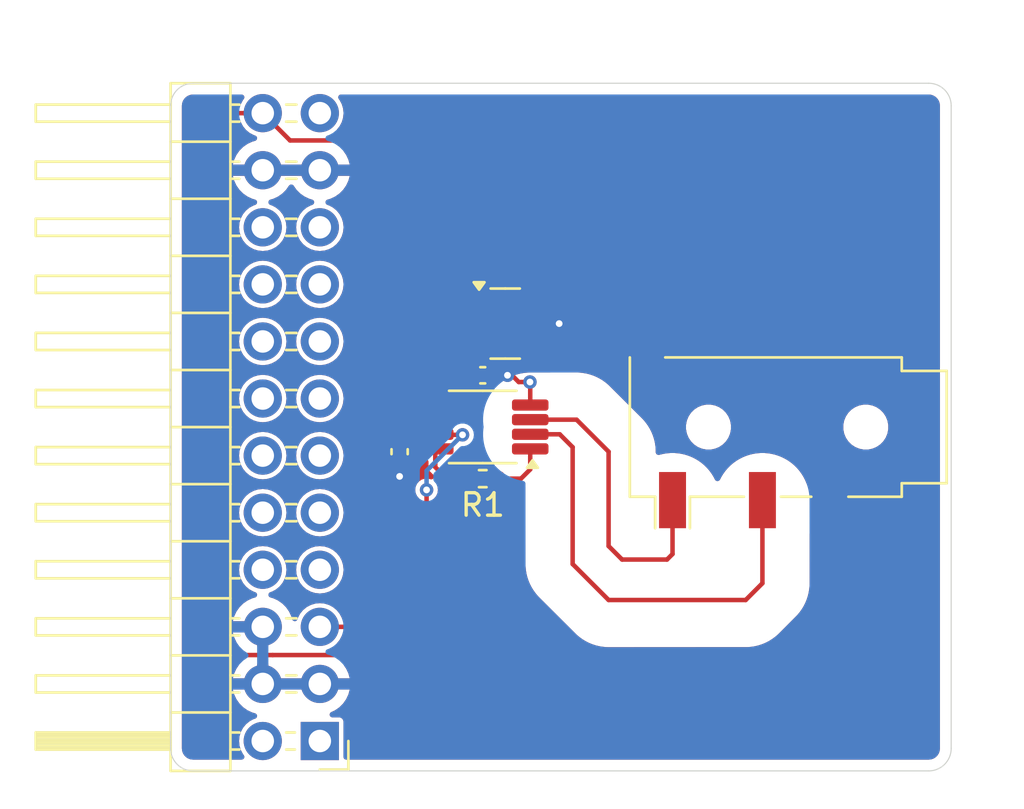
<source format=kicad_pcb>
(kicad_pcb (version 20240108) (generator "pcbnew") (generator_version "8.0")
  (layers (0 "F.Cu" signal) (31 "B.Cu" signal) (34 "B.Paste" user) (35 "F.Paste" user) (36 "B.SilkS" user "B.Silkscreen") (37 "F.SilkS" user "F.Silkscreen") (38 "B.Mask" user) (39 "F.Mask" user) (44 "Edge.Cuts" user))
  (net 0 "")
  (net 1 "/IN3+")
  (net 2 "VIN")
  (net 3 "/IN2+")
  (net 4 "/IN0+")
  (net 5 "/IN5-")
  (net 6 "/IN6-")
  (net 7 "/IN3-")
  (net 8 "/IN1+")
  (net 9 "GND")
  (net 10 "/IN5+")
  (net 11 "/IN6+")
  (net 12 "/A0")
  (net 13 "/SCL{slash}A5")
  (net 14 "/IN4+")
  (net 15 "/IN7+")
  (net 16 "/IN4-")
  (net 17 "/SDA{slash}A4")
  (net 18 "/IN1-")
  (net 19 "/IN2-")
  (net 21 "/IN7-")
  (net 22 "Net-(U1-+)")
  (net 23 "Net-(U1--)")
  (net 24 "Net-(R1-Pad1)")
  (net 25 "Net-(R1-Pad2)")
  (net 26 "Net-(U1-Ref)")
  (footprint "Connector_Audio:Jack_3.5mm_PJ320D_Horizontal" (layer "F.Cu") (at 135.17 90.005 180)
    (property "Reference" "J3" (hide yes))
    (property "Value" "AudioJack4")
    (fp_line (start 5.725 3.1) (end 5.725 -3.1) (stroke (width 0.12)) (layer "F.SilkS"))
    (fp_line (start 4.6 -3.1) (end 5.725 -3.1) (stroke (width 0.12)) (layer "F.SilkS"))
    (fp_line (start 4.6 -3.1) (end 4.6 -4.5) (stroke (width 0.12)) (layer "F.SilkS"))
    (fp_line (start 4.15 3.1) (end -6.375 3.1) (stroke (width 0.12)) (layer "F.SilkS"))
    (fp_line (start 3.05 -3.1) (end 3.05 -4.5) (stroke (width 0.12)) (layer "F.SilkS"))
    (fp_line (start 0.65 -3.1) (end 3.05 -3.1) (stroke (width 0.12)) (layer "F.SilkS"))
    (fp_line (start -2.35 -3.1) (end -1 -3.1) (stroke (width 0.12)) (layer "F.SilkS"))
    (fp_line (start -6.375 2.5) (end -6.375 3.1) (stroke (width 0.12)) (layer "F.SilkS"))
    (fp_line (start -6.375 2.5) (end -8.375 2.5) (stroke (width 0.12)) (layer "F.SilkS"))
    (fp_line (start -6.375 -2.5) (end -8.375 -2.5) (stroke (width 0.12)) (layer "F.SilkS"))
    (fp_line (start -6.375 -3.1) (end -4 -3.1) (stroke (width 0.12)) (layer "F.SilkS"))
    (fp_line (start -6.375 -3.1) (end -6.375 -2.5) (stroke (width 0.12)) (layer "F.SilkS"))
    (fp_line (start -8.375 -2.5) (end -8.375 2.5) (stroke (width 0.12)) (layer "F.SilkS"))
    (pad "" np_thru_hole circle (at -4.775 0 180) (size 1.5 1.5) (drill 1.5) (layers "*.Cu" "*.Mask"))
    (pad "" np_thru_hole circle (at 2.225 0 180) (size 1.5 1.5) (drill 1.5) (layers "*.Cu" "*.Mask"))
    (pad "R1" smd rect (at -0.175 -3.25 180) (size 1.2 2.5) (layers "F.Cu" "F.Paste" "F.Mask") (net 23 "Net-(U1--)"))
    (pad "R2" smd rect (at -3.175 -3.25 180) (size 1.2 2.5) (layers "F.Cu" "F.Paste" "F.Mask"))
    (pad "S" smd rect (at 4.925 3.25 180) (size 1.2 2.5) (layers "F.Cu" "F.Paste" "F.Mask") (net 9 "GND"))
    (pad "T" smd rect (at 3.825 -3.25 180) (size 1.2 2.5) (layers "F.Cu" "F.Paste" "F.Mask") (net 22 "Net-(U1-+)"))
  )
  (footprint "Capacitor_SMD:C_0402_1005Metric" (layer "F.Cu") (at 122.9 87.7)
    (property "Reference" "C2" (hide yes))
    (property "Value" "1uF")
    (fp_line (start -0.107836 -0.36) (end 0.107836 -0.36) (stroke (width 0.12)) (layer "F.SilkS"))
    (fp_line (start -0.107836 0.36) (end 0.107836 0.36) (stroke (width 0.12)) (layer "F.SilkS"))
    (pad "1" smd roundrect (at -0.48 0) (size 0.56 0.62) (layers "F.Cu" "F.Paste" "F.Mask") (net 26 "Net-(U1-Ref)"))
    (pad "2" smd roundrect (at 0.48 0) (size 0.56 0.62) (layers "F.Cu" "F.Paste" "F.Mask") (net 9 "GND"))
  )
  (footprint "Resistor_SMD:R_0402_1005Metric_Pad0.72x0.64mm_HandSolder" (layer "F.Cu") (at 122.9 92.3 180)
    (property "Reference" "R1" (at 0 -1.17 180) (layer "F.SilkS"))
    (property "Value" "1kR")
    (fp_line (start -0.167621 0.38) (end 0.167621 0.38) (stroke (width 0.12)) (layer "F.SilkS"))
    (fp_line (start -0.167621 -0.38) (end 0.167621 -0.38) (stroke (width 0.12)) (layer "F.SilkS"))
    (pad "1" smd roundrect (at -0.5975 0 180) (size 0.715 0.64) (layers "F.Cu" "F.Paste" "F.Mask") (net 24 "Net-(R1-Pad1)"))
    (pad "2" smd roundrect (at 0.5975 0 180) (size 0.715 0.64) (layers "F.Cu" "F.Paste" "F.Mask") (net 25 "Net-(R1-Pad2)"))
  )
  (footprint "Capacitor_SMD:C_0402_1005Metric" (layer "F.Cu") (at 119.2 91.1 -90)
    (property "Reference" "C1" (hide yes))
    (property "Value" "1uF")
    (fp_line (start -0.107836 0.36) (end 0.107836 0.36) (stroke (width 0.12)) (layer "F.SilkS"))
    (fp_line (start -0.107836 -0.36) (end 0.107836 -0.36) (stroke (width 0.12)) (layer "F.SilkS"))
    (pad "1" smd roundrect (at -0.48 0 270) (size 0.56 0.62) (layers "F.Cu" "F.Paste" "F.Mask") (net 2 "VIN"))
    (pad "2" smd roundrect (at 0.48 0 270) (size 0.56 0.62) (layers "F.Cu" "F.Paste" "F.Mask") (net 9 "GND"))
  )
  (footprint "Package_SO:VSSOP-8_3x3mm_P0.65mm" (layer "F.Cu") (at 122.9 90 180)
    (property "Reference" "U1" (hide yes))
    (property "Value" "INA333xxDGK")
    (fp_line (start 0 1.61) (end 1.5 1.61) (stroke (width 0.12)) (layer "F.SilkS"))
    (fp_line (start 0 1.61) (end -1.5 1.61) (stroke (width 0.12)) (layer "F.SilkS"))
    (fp_line (start 0 -1.61) (end 1.5 -1.61) (stroke (width 0.12)) (layer "F.SilkS"))
    (fp_line (start 0 -1.61) (end -1.5 -1.61) (stroke (width 0.12)) (layer "F.SilkS"))
    (fp_poly (pts (xy -2.2125 -1.485) (xy -2.4525 -1.815) (xy -1.9725 -1.815) (xy -2.2125 -1.485)) (stroke (width 0.12)) (fill solid) (layer "F.SilkS"))
    (pad "1" smd roundrect (at -2.1125 -0.975 180) (size 1.625 0.5) (layers "F.Cu" "F.Paste" "F.Mask") (net 24 "Net-(R1-Pad1)"))
    (pad "2" smd roundrect (at -2.1125 -0.325 180) (size 1.625 0.5) (layers "F.Cu" "F.Paste" "F.Mask") (net 23 "Net-(U1--)"))
    (pad "3" smd roundrect (at -2.1125 0.325 180) (size 1.625 0.5) (layers "F.Cu" "F.Paste" "F.Mask") (net 22 "Net-(U1-+)"))
    (pad "4" smd roundrect (at -2.1125 0.975 180) (size 1.625 0.5) (layers "F.Cu" "F.Paste" "F.Mask") (net 9 "GND"))
    (pad "5" smd roundrect (at 2.1125 0.975 180) (size 1.625 0.5) (layers "F.Cu" "F.Paste" "F.Mask") (net 26 "Net-(U1-Ref)"))
    (pad "6" smd roundrect (at 2.1125 0.325 180) (size 1.625 0.5) (layers "F.Cu" "F.Paste" "F.Mask") (net 4 "/IN0+"))
    (pad "7" smd roundrect (at 2.1125 -0.325 180) (size 1.625 0.5) (layers "F.Cu" "F.Paste" "F.Mask") (net 2 "VIN"))
    (pad "8" smd roundrect (at 2.1125 -0.975 180) (size 1.625 0.5) (layers "F.Cu" "F.Paste" "F.Mask") (net 25 "Net-(R1-Pad2)"))
  )
  (footprint "Package_TO_SOT_SMD:SOT-23" (layer "F.Cu") (at 123.9 85.4)
    (property "Reference" "U3" (hide yes))
    (property "Value" "REF3112")
    (fp_line (start 0 -1.56) (end -0.65 -1.56) (stroke (width 0.12)) (layer "F.SilkS"))
    (fp_line (start 0 -1.56) (end 0.65 -1.56) (stroke (width 0.12)) (layer "F.SilkS"))
    (fp_line (start 0 1.56) (end -0.65 1.56) (stroke (width 0.12)) (layer "F.SilkS"))
    (fp_line (start 0 1.56) (end 0.65 1.56) (stroke (width 0.12)) (layer "F.SilkS"))
    (fp_poly (pts (xy -1.1625 -1.51) (xy -1.4025 -1.84) (xy -0.9225 -1.84) (xy -1.1625 -1.51)) (stroke (width 0.12)) (fill solid) (layer "F.SilkS"))
    (pad "1" smd roundrect (at -0.9375 -0.95) (size 1.475 0.6) (layers "F.Cu" "F.Paste" "F.Mask") (net 2 "VIN"))
    (pad "2" smd roundrect (at -0.9375 0.95) (size 1.475 0.6) (layers "F.Cu" "F.Paste" "F.Mask") (net 26 "Net-(U1-Ref)"))
    (pad "3" smd roundrect (at 0.9375 0) (size 1.475 0.6) (layers "F.Cu" "F.Paste" "F.Mask") (net 9 "GND"))
  )
  (footprint "Connector_PinHeader_2.54mm:PinHeader_2x12_P2.54mm_Horizontal" (layer "F.Cu") (at 115.65 103.975 180)
    (property "Reference" "J1" (hide yes))
    (property "Value" "Conn_02x12_Odd_Even")
    (fp_line (start 12.64 28.32) (end 6.64 28.32) (stroke (width 0.12)) (layer "F.SilkS"))
    (fp_line (start 12.64 27.56) (end 12.64 28.32) (stroke (width 0.12)) (layer "F.SilkS"))
    (fp_line (start 12.64 25.78) (end 6.64 25.78) (stroke (width 0.12)) (layer "F.SilkS"))
    (fp_line (start 12.64 25.02) (end 12.64 25.78) (stroke (width 0.12)) (layer "F.SilkS"))
    (fp_line (start 12.64 23.24) (end 6.64 23.24) (stroke (width 0.12)) (layer "F.SilkS"))
    (fp_line (start 12.64 22.48) (end 12.64 23.24) (stroke (width 0.12)) (layer "F.SilkS"))
    (fp_line (start 12.64 20.7) (end 6.64 20.7) (stroke (width 0.12)) (layer "F.SilkS"))
    (fp_line (start 12.64 19.94) (end 12.64 20.7) (stroke (width 0.12)) (layer "F.SilkS"))
    (fp_line (start 12.64 18.16) (end 6.64 18.16) (stroke (width 0.12)) (layer "F.SilkS"))
    (fp_line (start 12.64 17.4) (end 12.64 18.16) (stroke (width 0.12)) (layer "F.SilkS"))
    (fp_line (start 12.64 15.62) (end 6.64 15.62) (stroke (width 0.12)) (layer "F.SilkS"))
    (fp_line (start 12.64 14.86) (end 12.64 15.62) (stroke (width 0.12)) (layer "F.SilkS"))
    (fp_line (start 12.64 13.08) (end 6.64 13.08) (stroke (width 0.12)) (layer "F.SilkS"))
    (fp_line (start 12.64 12.32) (end 12.64 13.08) (stroke (width 0.12)) (layer "F.SilkS"))
    (fp_line (start 12.64 10.54) (end 6.64 10.54) (stroke (width 0.12)) (layer "F.SilkS"))
    (fp_line (start 12.64 9.78) (end 12.64 10.54) (stroke (width 0.12)) (layer "F.SilkS"))
    (fp_line (start 12.64 8) (end 6.64 8) (stroke (width 0.12)) (layer "F.SilkS"))
    (fp_line (start 12.64 7.24) (end 12.64 8) (stroke (width 0.12)) (layer "F.SilkS"))
    (fp_line (start 12.64 5.46) (end 6.64 5.46) (stroke (width 0.12)) (layer "F.SilkS"))
    (fp_line (start 12.64 4.7) (end 12.64 5.46) (stroke (width 0.12)) (layer "F.SilkS"))
    (fp_line (start 12.64 2.92) (end 6.64 2.92) (stroke (width 0.12)) (layer "F.SilkS"))
    (fp_line (start 12.64 2.16) (end 12.64 2.92) (stroke (width 0.12)) (layer "F.SilkS"))
    (fp_line (start 12.64 0.38) (end 6.64 0.38) (stroke (width 0.12)) (layer "F.SilkS"))
    (fp_line (start 12.64 -0.38) (end 12.64 0.38) (stroke (width 0.12)) (layer "F.SilkS"))
    (fp_line (start 6.64 29.27) (end 6.64 -1.33) (stroke (width 0.12)) (layer "F.SilkS"))
    (fp_line (start 6.64 27.56) (end 12.64 27.56) (stroke (width 0.12)) (layer "F.SilkS"))
    (fp_line (start 6.64 25.02) (end 12.64 25.02) (stroke (width 0.12)) (layer "F.SilkS"))
    (fp_line (start 6.64 22.48) (end 12.64 22.48) (stroke (width 0.12)) (layer "F.SilkS"))
    (fp_line (start 6.64 19.94) (end 12.64 19.94) (stroke (width 0.12)) (layer "F.SilkS"))
    (fp_line (start 6.64 17.4) (end 12.64 17.4) (stroke (width 0.12)) (layer "F.SilkS"))
    (fp_line (start 6.64 14.86) (end 12.64 14.86) (stroke (width 0.12)) (layer "F.SilkS"))
    (fp_line (start 6.64 12.32) (end 12.64 12.32) (stroke (width 0.12)) (layer "F.SilkS"))
    (fp_line (start 6.64 9.78) (end 12.64 9.78) (stroke (width 0.12)) (layer "F.SilkS"))
    (fp_line (start 6.64 7.24) (end 12.64 7.24) (stroke (width 0.12)) (layer "F.SilkS"))
    (fp_line (start 6.64 4.7) (end 12.64 4.7) (stroke (width 0.12)) (layer "F.SilkS"))
    (fp_line (start 6.64 2.16) (end 12.64 2.16) (stroke (width 0.12)) (layer "F.SilkS"))
    (fp_line (start 6.64 0.28) (end 12.64 0.28) (stroke (width 0.12)) (layer "F.SilkS"))
    (fp_line (start 6.64 0.16) (end 12.64 0.16) (stroke (width 0.12)) (layer "F.SilkS"))
    (fp_line (start 6.64 0.04) (end 12.64 0.04) (stroke (width 0.12)) (layer "F.SilkS"))
    (fp_line (start 6.64 -0.08) (end 12.64 -0.08) (stroke (width 0.12)) (layer "F.SilkS"))
    (fp_line (start 6.64 -0.2) (end 12.64 -0.2) (stroke (width 0.12)) (layer "F.SilkS"))
    (fp_line (start 6.64 -0.32) (end 12.64 -0.32) (stroke (width 0.12)) (layer "F.SilkS"))
    (fp_line (start 6.64 -0.38) (end 12.64 -0.38) (stroke (width 0.12)) (layer "F.SilkS"))
    (fp_line (start 6.64 -1.33) (end 3.98 -1.33) (stroke (width 0.12)) (layer "F.SilkS"))
    (fp_line (start 3.98 29.27) (end 6.64 29.27) (stroke (width 0.12)) (layer "F.SilkS"))
    (fp_line (start 3.98 26.67) (end 6.64 26.67) (stroke (width 0.12)) (layer "F.SilkS"))
    (fp_line (start 3.98 24.13) (end 6.64 24.13) (stroke (width 0.12)) (layer "F.SilkS"))
    (fp_line (start 3.98 21.59) (end 6.64 21.59) (stroke (width 0.12)) (layer "F.SilkS"))
    (fp_line (start 3.98 19.05) (end 6.64 19.05) (stroke (width 0.12)) (layer "F.SilkS"))
    (fp_line (start 3.98 16.51) (end 6.64 16.51) (stroke (width 0.12)) (layer "F.SilkS"))
    (fp_line (start 3.98 13.97) (end 6.64 13.97) (stroke (width 0.12)) (layer "F.SilkS"))
    (fp_line (start 3.98 11.43) (end 6.64 11.43) (stroke (width 0.12)) (layer "F.SilkS"))
    (fp_line (start 3.98 8.89) (end 6.64 8.89) (stroke (width 0.12)) (layer "F.SilkS"))
    (fp_line (start 3.98 6.35) (end 6.64 6.35) (stroke (width 0.12)) (layer "F.SilkS"))
    (fp_line (start 3.98 3.81) (end 6.64 3.81) (stroke (width 0.12)) (layer "F.SilkS"))
    (fp_line (start 3.98 1.27) (end 6.64 1.27) (stroke (width 0.12)) (layer "F.SilkS"))
    (fp_line (start 3.98 -1.33) (end 3.98 29.27) (stroke (width 0.12)) (layer "F.SilkS"))
    (fp_line (start 3.582929 28.32) (end 3.98 28.32) (stroke (width 0.12)) (layer "F.SilkS"))
    (fp_line (start 3.582929 27.56) (end 3.98 27.56) (stroke (width 0.12)) (layer "F.SilkS"))
    (fp_line (start 3.582929 25.78) (end 3.98 25.78) (stroke (width 0.12)) (layer "F.SilkS"))
    (fp_line (start 3.582929 25.02) (end 3.98 25.02) (stroke (width 0.12)) (layer "F.SilkS"))
    (fp_line (start 3.582929 23.24) (end 3.98 23.24) (stroke (width 0.12)) (layer "F.SilkS"))
    (fp_line (start 3.582929 22.48) (end 3.98 22.48) (stroke (width 0.12)) (layer "F.SilkS"))
    (fp_line (start 3.582929 20.7) (end 3.98 20.7) (stroke (width 0.12)) (layer "F.SilkS"))
    (fp_line (start 3.582929 19.94) (end 3.98 19.94) (stroke (width 0.12)) (layer "F.SilkS"))
    (fp_line (start 3.582929 18.16) (end 3.98 18.16) (stroke (width 0.12)) (layer "F.SilkS"))
    (fp_line (start 3.582929 17.4) (end 3.98 17.4) (stroke (width 0.12)) (layer "F.SilkS"))
    (fp_line (start 3.582929 15.62) (end 3.98 15.62) (stroke (width 0.12)) (layer "F.SilkS"))
    (fp_line (start 3.582929 14.86) (end 3.98 14.86) (stroke (width 0.12)) (layer "F.SilkS"))
    (fp_line (start 3.582929 13.08) (end 3.98 13.08) (stroke (width 0.12)) (layer "F.SilkS"))
    (fp_line (start 3.582929 12.32) (end 3.98 12.32) (stroke (width 0.12)) (layer "F.SilkS"))
    (fp_line (start 3.582929 10.54) (end 3.98 10.54) (stroke (width 0.12)) (layer "F.SilkS"))
    (fp_line (start 3.582929 9.78) (end 3.98 9.78) (stroke (width 0.12)) (layer "F.SilkS"))
    (fp_line (start 3.582929 8) (end 3.98 8) (stroke (width 0.12)) (layer "F.SilkS"))
    (fp_line (start 3.582929 7.24) (end 3.98 7.24) (stroke (width 0.12)) (layer "F.SilkS"))
    (fp_line (start 3.582929 5.46) (end 3.98 5.46) (stroke (width 0.12)) (layer "F.SilkS"))
    (fp_line (start 3.582929 4.7) (end 3.98 4.7) (stroke (width 0.12)) (layer "F.SilkS"))
    (fp_line (start 3.582929 2.92) (end 3.98 2.92) (stroke (width 0.12)) (layer "F.SilkS"))
    (fp_line (start 3.582929 2.16) (end 3.98 2.16) (stroke (width 0.12)) (layer "F.SilkS"))
    (fp_line (start 3.582929 0.38) (end 3.98 0.38) (stroke (width 0.12)) (layer "F.SilkS"))
    (fp_line (start 3.582929 -0.38) (end 3.98 -0.38) (stroke (width 0.12)) (layer "F.SilkS"))
    (fp_line (start 1.11 0.38) (end 1.497071 0.38) (stroke (width 0.12)) (layer "F.SilkS"))
    (fp_line (start 1.11 -0.38) (end 1.497071 -0.38) (stroke (width 0.12)) (layer "F.SilkS"))
    (fp_line (start 1.042929 28.32) (end 1.497071 28.32) (stroke (width 0.12)) (layer "F.SilkS"))
    (fp_line (start 1.042929 27.56) (end 1.497071 27.56) (stroke (width 0.12)) (layer "F.SilkS"))
    (fp_line (start 1.042929 25.78) (end 1.497071 25.78) (stroke (width 0.12)) (layer "F.SilkS"))
    (fp_line (start 1.042929 25.02) (end 1.497071 25.02) (stroke (width 0.12)) (layer "F.SilkS"))
    (fp_line (start 1.042929 23.24) (end 1.497071 23.24) (stroke (width 0.12)) (layer "F.SilkS"))
    (fp_line (start 1.042929 22.48) (end 1.497071 22.48) (stroke (width 0.12)) (layer "F.SilkS"))
    (fp_line (start 1.042929 20.7) (end 1.497071 20.7) (stroke (width 0.12)) (layer "F.SilkS"))
    (fp_line (start 1.042929 19.94) (end 1.497071 19.94) (stroke (width 0.12)) (layer "F.SilkS"))
    (fp_line (start 1.042929 18.16) (end 1.497071 18.16) (stroke (width 0.12)) (layer "F.SilkS"))
    (fp_line (start 1.042929 17.4) (end 1.497071 17.4) (stroke (width 0.12)) (layer "F.SilkS"))
    (fp_line (start 1.042929 15.62) (end 1.497071 15.62) (stroke (width 0.12)) (layer "F.SilkS"))
    (fp_line (start 1.042929 14.86) (end 1.497071 14.86) (stroke (width 0.12)) (layer "F.SilkS"))
    (fp_line (start 1.042929 13.08) (end 1.497071 13.08) (stroke (width 0.12)) (layer "F.SilkS"))
    (fp_line (start 1.042929 12.32) (end 1.497071 12.32) (stroke (width 0.12)) (layer "F.SilkS"))
    (fp_line (start 1.042929 10.54) (end 1.497071 10.54) (stroke (width 0.12)) (layer "F.SilkS"))
    (fp_line (start 1.042929 9.78) (end 1.497071 9.78) (stroke (width 0.12)) (layer "F.SilkS"))
    (fp_line (start 1.042929 8) (end 1.497071 8) (stroke (width 0.12)) (layer "F.SilkS"))
    (fp_line (start 1.042929 7.24) (end 1.497071 7.24) (stroke (width 0.12)) (layer "F.SilkS"))
    (fp_line (start 1.042929 5.46) (end 1.497071 5.46) (stroke (width 0.12)) (layer "F.SilkS"))
    (fp_line (start 1.042929 4.7) (end 1.497071 4.7) (stroke (width 0.12)) (layer "F.SilkS"))
    (fp_line (start 1.042929 2.92) (end 1.497071 2.92) (stroke (width 0.12)) (layer "F.SilkS"))
    (fp_line (start 1.042929 2.16) (end 1.497071 2.16) (stroke (width 0.12)) (layer "F.SilkS"))
    (fp_line (start -1.27 0) (end -1.27 -1.27) (stroke (width 0.12)) (layer "F.SilkS"))
    (fp_line (start -1.27 -1.27) (end 0 -1.27) (stroke (width 0.12)) (layer "F.SilkS"))
    (pad "1" thru_hole rect (at 0 0 180) (size 1.7 1.7) (drill 1) (layers "*.Cu" "*.Mask") (net 17 "/SDA{slash}A4"))
    (pad "2" thru_hole oval (at 2.54 0 180) (size 1.7 1.7) (drill 1) (layers "*.Cu" "*.Mask") (net 13 "/SCL{slash}A5"))
    (pad "3" thru_hole oval (at 0 2.54 180) (size 1.7 1.7) (drill 1) (layers "*.Cu" "*.Mask") (net 9 "GND"))
    (pad "4" thru_hole oval (at 2.54 2.54 180) (size 1.7 1.7) (drill 1) (layers "*.Cu" "*.Mask") (net 9 "GND"))
    (pad "5" thru_hole oval (at 0 5.08 180) (size 1.7 1.7) (drill 1) (layers "*.Cu" "*.Mask") (net 4 "/IN0+"))
    (pad "6" thru_hole oval (at 2.54 5.08 180) (size 1.7 1.7) (drill 1) (layers "*.Cu" "*.Mask") (net 9 "GND"))
    (pad "7" thru_hole oval (at 0 7.62 180) (size 1.7 1.7) (drill 1) (layers "*.Cu" "*.Mask") (net 18 "/IN1-"))
    (pad "8" thru_hole oval (at 2.54 7.62 180) (size 1.7 1.7) (drill 1) (layers "*.Cu" "*.Mask") (net 8 "/IN1+"))
    (pad "9" thru_hole oval (at 0 10.16 180) (size 1.7 1.7) (drill 1) (layers "*.Cu" "*.Mask") (net 3 "/IN2+"))
    (pad "10" thru_hole oval (at 2.54 10.16 180) (size 1.7 1.7) (drill 1) (layers "*.Cu" "*.Mask") (net 19 "/IN2-"))
    (pad "11" thru_hole oval (at 0 12.7 180) (size 1.7 1.7) (drill 1) (layers "*.Cu" "*.Mask") (net 7 "/IN3-"))
    (pad "12" thru_hole oval (at 2.54 12.7 180) (size 1.7 1.7) (drill 1) (layers "*.Cu" "*.Mask") (net 1 "/IN3+"))
    (pad "13" thru_hole oval (at 0 15.24 180) (size 1.7 1.7) (drill 1) (layers "*.Cu" "*.Mask") (net 14 "/IN4+"))
    (pad "14" thru_hole oval (at 2.54 15.24 180) (size 1.7 1.7) (drill 1) (layers "*.Cu" "*.Mask") (net 16 "/IN4-"))
    (pad "15" thru_hole oval (at 0 17.78 180) (size 1.7 1.7) (drill 1) (layers "*.Cu" "*.Mask") (net 5 "/IN5-"))
    (pad "16" thru_hole oval (at 2.54 17.78 180) (size 1.7 1.7) (drill 1) (layers "*.Cu" "*.Mask") (net 10 "/IN5+"))
    (pad "17" thru_hole oval (at 0 20.32 180) (size 1.7 1.7) (drill 1) (layers "*.Cu" "*.Mask") (net 11 "/IN6+"))
    (pad "18" thru_hole oval (at 2.54 20.32 180) (size 1.7 1.7) (drill 1) (layers "*.Cu" "*.Mask") (net 6 "/IN6-"))
    (pad "19" thru_hole oval (at 0 22.86 180) (size 1.7 1.7) (drill 1) (layers "*.Cu" "*.Mask") (net 21 "/IN7-"))
    (pad "20" thru_hole oval (at 2.54 22.86 180) (size 1.7 1.7) (drill 1) (layers "*.Cu" "*.Mask") (net 15 "/IN7+"))
    (pad "21" thru_hole oval (at 0 25.4 180) (size 1.7 1.7) (drill 1) (layers "*.Cu" "*.Mask") (net 9 "GND"))
    (pad "22" thru_hole oval (at 2.54 25.4 180) (size 1.7 1.7) (drill 1) (layers "*.Cu" "*.Mask") (net 9 "GND"))
    (pad "23" thru_hole oval (at 0 27.94 180) (size 1.7 1.7) (drill 1) (layers "*.Cu" "*.Mask") (net 12 "/A0"))
    (pad "24" thru_hole oval (at 2.54 27.94 180) (size 1.7 1.7) (drill 1) (layers "*.Cu" "*.Mask") (net 2 "VIN"))
  )
  (gr_line (start 142.745 105.305) (end 110.01 105.305) (stroke (width 0.05)) (layer "Edge.Cuts"))
  (gr_arc (start 143.745 104.305) (mid 143.452107 105.012107) (end 142.745 105.305) (stroke (width 0.05)) (layer "Edge.Cuts"))
  (gr_line (start 110.01 74.705) (end 142.745 74.705) (stroke (width 0.05)) (layer "Edge.Cuts"))
  (gr_arc (start 109.01 75.705) (mid 109.302893 74.997893) (end 110.01 74.705) (stroke (width 0.05)) (layer "Edge.Cuts"))
  (gr_line (start 143.745 75.705) (end 143.745 104.305) (stroke (width 0.05)) (layer "Edge.Cuts"))
  (gr_line (start 109.01 104.305) (end 109.01 75.705) (stroke (width 0.05)) (layer "Edge.Cuts"))
  (gr_arc (start 110.01 105.305) (mid 109.302893 105.012107) (end 109.01 104.305) (stroke (width 0.05)) (layer "Edge.Cuts"))
  (gr_arc (start 142.745 74.705) (mid 143.452107 74.997893) (end 143.745 75.705) (stroke (width 0.05)) (layer "Edge.Cuts"))
  (segment (start 118.65 100.15) (end 119.1 99.7) (width 0.2) (layer "F.Cu") (net 2))
  (segment (start 122 90.35) (end 120.8125 90.35) (width 0.2) (layer "F.Cu") (net 2))
  (segment (start 111.215 76.035) (end 110.8 76.45) (width 0.2) (layer "F.Cu") (net 2))
  (segment (start 114.325 77.25) (end 119.95 77.25) (width 0.2) (layer "F.Cu") (net 2))
  (segment (start 120.4 98.4) (end 120.4 92.8) (width 0.2) (layer "F.Cu") (net 2))
  (segment (start 119.1 99.7) (end 120.4 98.4) (width 0.2) (layer "F.Cu") (net 2))
  (segment (start 110.8 76.45) (end 110.8 99.2) (width 0.2) (layer "F.Cu") (net 2))
  (segment (start 111.75 100.15) (end 113.55 100.15) (width 0.2) (layer "F.Cu") (net 2))
  (segment (start 113.11 76.035) (end 111.215 76.035) (width 0.2) (layer "F.Cu") (net 2))
  (segment (start 110.8 99.2) (end 111.75 100.15) (width 0.2) (layer "F.Cu") (net 2))
  (segment (start 119.875 90.325) (end 119.58 90.62) (width 0.2) (layer "F.Cu") (net 2))
  (segment (start 119.95 77.25) (end 122.9625 80.2625) (width 0.2) (layer "F.Cu") (net 2))
  (segment (start 120.8125 90.35) (end 120.7875 90.325) (width 0.2) (layer "F.Cu") (net 2))
  (segment (start 113.55 100.15) (end 118.65 100.15) (width 0.2) (layer "F.Cu") (net 2))
  (segment (start 120.7875 90.325) (end 119.875 90.325) (width 0.2) (layer "F.Cu") (net 2))
  (segment (start 119.58 90.62) (end 119.2 90.62) (width 0.2) (layer "F.Cu") (net 2))
  (segment (start 122.9625 80.2625) (end 122.9625 84.45) (width 0.2) (layer "F.Cu") (net 2))
  (segment (start 113.11 76.035) (end 114.325 77.25) (width 0.2) (layer "F.Cu") (net 2))
  (via (at 122 90.35) (size 0.6) (drill 0.3) (layers "F.Cu" "B.Cu") (net 2))
  (via (at 120.4 92.8) (size 0.6) (drill 0.3) (layers "F.Cu" "B.Cu") (net 2))
  (segment (start 120.4 91.95) (end 122 90.35) (width 0.2) (layer "B.Cu") (net 2))
  (segment (start 120.4 92.8) (end 120.4 91.95) (width 0.2) (layer "B.Cu") (net 2))
  (segment (start 120.7875 89.675) (end 118.725 89.675) (width 0.2) (layer "F.Cu") (net 4))
  (segment (start 118.725 89.675) (end 117.9 90.5) (width 0.2) (layer "F.Cu") (net 4))
  (segment (start 117.9 98.3) (end 117.305 98.895) (width 0.2) (layer "F.Cu") (net 4))
  (segment (start 117.305 98.895) (end 115.65 98.895) (width 0.2) (layer "F.Cu") (net 4))
  (segment (start 117.9 90.5) (end 117.9 98.3) (width 0.2) (layer "F.Cu") (net 4))
  (segment (start 119.2 91.58) (end 119.2 92.2) (width 0.2) (layer "F.Cu") (net 9))
  (segment (start 115.65 101.435) (end 113.11 101.435) (width 0.2) (layer "F.Cu") (net 9))
  (segment (start 124.5 88) (end 124.2 87.7) (width 0.2) (layer "F.Cu") (net 9))
  (segment (start 124.8375 85.4) (end 126.3 85.4) (width 0.2) (layer "F.Cu") (net 9))
  (segment (start 125.0125 89.025) (end 125.0125 88.0125) (width 0.2) (layer "F.Cu") (net 9))
  (segment (start 125 88) (end 124.5 88) (width 0.2) (layer "F.Cu") (net 9))
  (segment (start 124.2 87.7) (end 123.38 87.7) (width 0.2) (layer "F.Cu") (net 9))
  (segment (start 125.0125 88.0125) (end 125 88) (width 0.2) (layer "F.Cu") (net 9))
  (via (at 119.2 92.2) (size 0.6) (drill 0.3) (layers "F.Cu" "B.Cu") (net 9))
  (via (at 125 88) (size 0.6) (drill 0.3) (layers "F.Cu" "B.Cu") (net 9))
  (via (at 124 87.7) (size 0.6) (drill 0.3) (layers "F.Cu" "B.Cu") (net 9))
  (via (at 126.3 85.4) (size 0.6) (drill 0.3) (layers "F.Cu" "B.Cu") (net 9))
  (segment (start 131.345 95.655) (end 131.1 95.9) (width 0.2) (layer "F.Cu") (net 22))
  (segment (start 128.5 91.1) (end 127.075 89.675) (width 0.2) (layer "F.Cu") (net 22))
  (segment (start 131.345 93.255) (end 131.345 95.655) (width 0.2) (layer "F.Cu") (net 22))
  (segment (start 128.5 95.3) (end 128.5 91.1) (width 0.2) (layer "F.Cu") (net 22))
  (segment (start 131.1 95.9) (end 129.1 95.9) (width 0.2) (layer "F.Cu") (net 22))
  (segment (start 129.1 95.9) (end 128.5 95.3) (width 0.2) (layer "F.Cu") (net 22))
  (segment (start 127.075 89.675) (end 125.0125 89.675) (width 0.2) (layer "F.Cu") (net 22))
  (segment (start 134.6 97.7) (end 135.345 96.955) (width 0.2) (layer "F.Cu") (net 23))
  (segment (start 125.0125 90.325) (end 126.325 90.325) (width 0.2) (layer "F.Cu") (net 23))
  (segment (start 126.325 90.325) (end 126.9 90.9) (width 0.2) (layer "F.Cu") (net 23))
  (segment (start 126.9 90.9) (end 126.9 96.1) (width 0.2) (layer "F.Cu") (net 23))
  (segment (start 135.345 96.955) (end 135.345 93.255) (width 0.2) (layer "F.Cu") (net 23))
  (segment (start 126.9 96.1) (end 128.5 97.7) (width 0.2) (layer "F.Cu") (net 23))
  (segment (start 128.5 97.7) (end 134.6 97.7) (width 0.2) (layer "F.Cu") (net 23))
  (segment (start 123.4975 92.3) (end 124.6 92.3) (width 0.2) (layer "F.Cu") (net 24))
  (segment (start 124.6 92.3) (end 125.0125 91.8875) (width 0.2) (layer "F.Cu") (net 24))
  (segment (start 125.0125 91.8875) (end 125.0125 90.975) (width 0.2) (layer "F.Cu") (net 24))
  (segment (start 122.3025 92.3) (end 121.3 92.3) (width 0.2) (layer "F.Cu") (net 25))
  (segment (start 120.7875 90.975) (end 120.7875 91.7875) (width 0.2) (layer "F.Cu") (net 25))
  (segment (start 120.7875 91.7875) (end 121.3 92.3) (width 0.2) (layer "F.Cu") (net 25))
  (segment (start 122.42 88.58) (end 121.975 89.025) (width 0.2) (layer "F.Cu") (net 26))
  (segment (start 121.975 89.025) (end 120.7875 89.025) (width 0.2) (layer "F.Cu") (net 26))
  (segment (start 121.75 86.35) (end 120.7875 87.3125) (width 0.2) (layer "F.Cu") (net 26))
  (segment (start 122.42 87.7) (end 122.42 88.58) (width 0.2) (layer "F.Cu") (net 26))
  (segment (start 120.7875 87.3125) (end 120.7875 89.025) (width 0.2) (layer "F.Cu") (net 26))
  (segment (start 122.9625 86.35) (end 121.75 86.35) (width 0.2) (layer "F.Cu") (net 26))
  (zone (net 0) (net_name "") (layers "F&B.Cu") (connect_pads (clearance 0)) (min_thickness 0.25)
    (keepout (tracks allowed) (vias allowed) (pads allowed) (copperpour not_allowed) (footprints allowed))
    (fill (thermal_gap 0.5) (thermal_bridge_width 0.5))
    (polygon (pts (xy 127.114261 87.575771) (xy 127.200566 87.579162) (xy 127.317738 87.590703) (xy 127.488223 87.617705) (xy 127.64081 87.654337) (xy 127.804972 87.707677) (xy 127.949943 87.767727) (xy 128.103739 87.84609) (xy 128.237529 87.928076) (xy 128.377174 88.029533) (xy 128.495358 88.130306) (xy 129.983782 89.613935) (xy 130.012143 89.643385) (xy 130.070759 89.706796) (xy 130.069061 89.708365) (xy 130.145469 89.797829) (xy 130.19429 89.865027) (xy 130.194291 89.865027) (xy 130.246918 89.937461) (xy 130.328912 90.071264) (xy 130.373571 90.158914) (xy 130.373572 90.158914) (xy 130.407274 90.225058) (xy 130.467323 90.370028) (xy 130.520663 90.53419) (xy 130.557295 90.686777) (xy 130.584297 90.857262) (xy 130.596609 91.012904) (xy 130.596832 91.295214) (xy 130.615028 91.287677) (xy 130.77919 91.234337) (xy 130.931777 91.197705) (xy 131.102262 91.170703) (xy 131.258695 91.158391) (xy 131.431305 91.158391) (xy 131.587738 91.170703) (xy 131.758223 91.197705) (xy 131.91081 91.234337) (xy 132.074972 91.287677) (xy 132.219943 91.347727) (xy 132.373739 91.42609) (xy 132.507529 91.508076) (xy 132.647174 91.609533) (xy 132.7665 91.711446) (xy 132.888554 91.8335) (xy 132.990467 91.952826) (xy 133.091924 92.092471) (xy 133.17391 92.226261) (xy 133.252273 92.380057) (xy 133.312323 92.525028) (xy 133.365663 92.68919) (xy 133.402295 92.841777) (xy 133.429297 93.012262) (xy 133.441608 93.167331) (xy 133.444999 95.653636) (xy 133.444229 95.694261) (xy 133.440838 95.780566) (xy 133.429297 95.897738) (xy 133.402295 96.068223) (xy 133.365661 96.220814) (xy 133.341451 96.29532) (xy 133.341452 96.295321) (xy 133.312324 96.384968) (xy 133.252275 96.52994) (xy 133.173912 96.683737) (xy 133.091909 96.817551) (xy 133.049236 96.876281) (xy 133.049237 96.876282) (xy 132.990475 96.957164) (xy 132.893183 97.070189) (xy 132.894008 97.071001) (xy 132.590443 97.379361) (xy 132.556626 97.412132) (xy 132.493203 97.470761) (xy 132.491632 97.469062) (xy 132.402174 97.545467) (xy 132.262529 97.646924) (xy 132.128739 97.72891) (xy 131.974943 97.807273) (xy 131.829972 97.867323) (xy 131.66581 97.920663) (xy 131.513223 97.957295) (xy 131.342738 97.984297) (xy 131.18793 97.996608) (xy 129.101625 97.999999) (xy 129.060739 97.999229) (xy 128.974434 97.995838) (xy 128.857262 97.984297) (xy 128.686777 97.957295) (xy 128.53419 97.920663) (xy 128.370028 97.867323) (xy 128.225053 97.807271) (xy 128.148155 97.768089) (xy 128.148155 97.768088) (xy 128.07127 97.728915) (xy 127.937455 97.646913) (xy 127.878712 97.604232) (xy 127.878712 97.604233) (xy 127.797831 97.545471) (xy 127.681115 97.445787) (xy 127.68093 97.445975) (xy 127.017645 96.787484) (xy 126.987869 96.756627) (xy 126.929239 96.693203) (xy 126.854533 96.602174) (xy 126.753076 96.462529) (xy 126.671089 96.328738) (xy 126.639981 96.267685) (xy 126.639981 96.267684) (xy 126.592727 96.174943) (xy 126.532677 96.029972) (xy 126.479337 95.86581) (xy 126.442705 95.713223) (xy 126.415703 95.542738) (xy 126.403391 95.387096) (xy 126.400685 91.967923) (xy 126.205251 91.773118) (xy 125.014078 91.774999) (xy 124.973239 91.774229) (xy 124.886934 91.770838) (xy 124.769762 91.759297) (xy 124.599277 91.732295) (xy 124.44669 91.695663) (xy 124.282528 91.642323) (xy 124.137557 91.582273) (xy 123.983761 91.50391) (xy 123.849971 91.421924) (xy 123.710326 91.320467) (xy 123.591 91.218554) (xy 123.468946 91.0965) (xy 123.367033 90.977174) (xy 123.265576 90.837529) (xy 123.18359 90.703739) (xy 123.105227 90.549943) (xy 123.045177 90.404972) (xy 122.991837 90.24081) (xy 122.955205 90.088223) (xy 122.928203 89.917738) (xy 122.915891 89.761305) (xy 122.915891 89.588695) (xy 122.928203 89.432262) (xy 122.955205 89.261777) (xy 122.991837 89.10919) (xy 123.045177 88.945028) (xy 123.105227 88.800057) (xy 123.18359 88.646261) (xy 123.265576 88.512471) (xy 123.367033 88.372826) (xy 123.468946 88.2535) (xy 123.591 88.131446) (xy 123.710326 88.029533) (xy 123.849971 87.928076) (xy 123.983761 87.84609) (xy 124.137557 87.767727) (xy 124.282528 87.707677) (xy 124.44669 87.654337) (xy 124.599277 87.617705) (xy 124.769762 87.590703) (xy 124.924617 87.578392) (xy 127.073422 87.575001)))
  )
  (zone (net 9) (net_name "GND") (layers "F&B.Cu") (connect_pads (clearance 0.127)) (min_thickness 0.25) (fill yes (thermal_gap 0.5) (thermal_bridge_width 0.5))
    (polygon (pts (xy 107 71) (xy 147 71) (xy 147 107) (xy 107 107)))
  )
  (zone (net 0) (net_name "") (layers "F&B.Cu") (connect_pads (clearance 0)) (min_thickness 0.25)
    (keepout (tracks allowed) (vias allowed) (pads allowed) (copperpour not_allowed) (footprints allowed))
    (fill (thermal_gap 0.5) (thermal_bridge_width 0.5))
    (polygon (pts (xy 126.364261 88.225771) (xy 126.450566 88.229162) (xy 126.567738 88.240703) (xy 126.738223 88.267705) (xy 126.89081 88.304337) (xy 127.054972 88.357677) (xy 127.199943 88.417727) (xy 127.353739 88.49609) (xy 127.487529 88.578076) (xy 127.627174 88.679533) (xy 127.743829 88.778786) (xy 128.382254 89.412416) (xy 128.412138 89.443379) (xy 128.470767 89.506803) (xy 128.545467 89.597826) (xy 128.646924 89.737471) (xy 128.72891 89.871261) (xy 128.807273 90.025057) (xy 128.863914 90.171135) (xy 128.867322 90.170028) (xy 128.920662 90.334189) (xy 128.957295 90.486771) (xy 128.984298 90.657256) (xy 128.99661 90.813695) (xy 128.99661 90.815253) (xy 128.999443 95.232434) (xy 129.370945 95.602865) (xy 133.247099 95.60074) (xy 133.245 93.255895) (xy 133.245771 93.215739) (xy 133.249162 93.129434) (xy 133.260703 93.012262) (xy 133.287705 92.841777) (xy 133.324337 92.68919) (xy 133.377677 92.525028) (xy 133.437727 92.380057) (xy 133.51609 92.226261) (xy 133.598076 92.092471) (xy 133.699533 91.952826) (xy 133.801446 91.8335) (xy 133.9235 91.711446) (xy 134.042826 91.609533) (xy 134.182471 91.508076) (xy 134.316261 91.42609) (xy 134.470057 91.347727) (xy 134.615028 91.287677) (xy 134.77919 91.234337) (xy 134.931777 91.197705) (xy 135.102262 91.170703) (xy 135.258695 91.158391) (xy 135.431305 91.158391) (xy 135.587738 91.170703) (xy 135.758223 91.197705) (xy 135.91081 91.234337) (xy 136.074972 91.287677) (xy 136.219943 91.347727) (xy 136.373739 91.42609) (xy 136.507529 91.508076) (xy 136.647174 91.609533) (xy 136.7665 91.711446) (xy 136.888554 91.8335) (xy 136.990467 91.952826) (xy 137.091924 92.092471) (xy 137.17391 92.226261) (xy 137.252273 92.380057) (xy 137.312323 92.525028) (xy 137.365663 92.68919) (xy 137.402295 92.841777) (xy 137.429297 93.012262) (xy 137.441609 93.167799) (xy 137.445 96.954104) (xy 137.444229 96.994261) (xy 137.440838 97.080566) (xy 137.429297 97.197738) (xy 137.402295 97.368223) (xy 137.365663 97.52081) (xy 137.312323 97.684972) (xy 137.252273 97.829943) (xy 137.17391 97.983739) (xy 137.091924 98.117529) (xy 136.990467 98.257174) (xy 136.890173 98.374251) (xy 136.890485 98.374561) (xy 136.087024 99.182817) (xy 136.056627 99.212131) (xy 135.993203 99.270761) (xy 135.902174 99.345467) (xy 135.762529 99.446924) (xy 135.628739 99.52891) (xy 135.474943 99.607273) (xy 135.329972 99.667323) (xy 135.16581 99.720663) (xy 135.013223 99.757295) (xy 134.842738 99.784297) (xy 134.686853 99.796609) (xy 128.500548 99.8) (xy 128.46074 99.799229) (xy 128.37446 99.795839) (xy 128.37455 99.793529) (xy 128.257256 99.784298) (xy 128.086771 99.757295) (xy 127.934194 99.720664) (xy 127.770033 99.667325) (xy 127.625061 99.607276) (xy 127.471264 99.528913) (xy 127.337467 99.446922) (xy 127.197822 99.345464) (xy 127.079521 99.244573) (xy 125.416097 97.585943) (xy 125.387869 97.556627) (xy 125.329239 97.493203) (xy 125.254533 97.402174) (xy 125.153076 97.262529) (xy 125.071089 97.128738) (xy 125.033003 97.05399) (xy 125.033003 97.053989) (xy 124.992727 96.974943) (xy 124.932677 96.829972) (xy 124.879337 96.66581) (xy 124.842705 96.513223) (xy 124.815703 96.342738) (xy 124.803391 96.186947) (xy 124.800969 92.41237) (xy 124.769762 92.409297) (xy 124.599277 92.382295) (xy 124.44669 92.345663) (xy 124.282528 92.292323) (xy 124.137557 92.232273) (xy 123.983761 92.15391) (xy 123.849971 92.071924) (xy 123.710326 91.970467) (xy 123.591 91.868554) (xy 123.468946 91.7465) (xy 123.367033 91.627174) (xy 123.265576 91.487529) (xy 123.18359 91.353739) (xy 123.105227 91.199943) (xy 123.045177 91.054972) (xy 122.991837 90.89081) (xy 122.955205 90.738223) (xy 122.928203 90.567738) (xy 122.915891 90.411305) (xy 122.915891 90.238695) (xy 122.928203 90.082262) (xy 122.955205 89.911777) (xy 122.991837 89.75919) (xy 123.045177 89.595028) (xy 123.105227 89.450057) (xy 123.18359 89.296261) (xy 123.265576 89.162471) (xy 123.367033 89.022826) (xy 123.468946 88.9035) (xy 123.591 88.781446) (xy 123.710326 88.679533) (xy 123.849971 88.578076) (xy 123.983761 88.49609) (xy 124.137557 88.417727) (xy 124.282528 88.357677) (xy 124.44669 88.304337) (xy 124.599277 88.267705) (xy 124.769762 88.240703) (xy 124.923771 88.228394) (xy 126.322576 88.225003)))
  )
)
</source>
